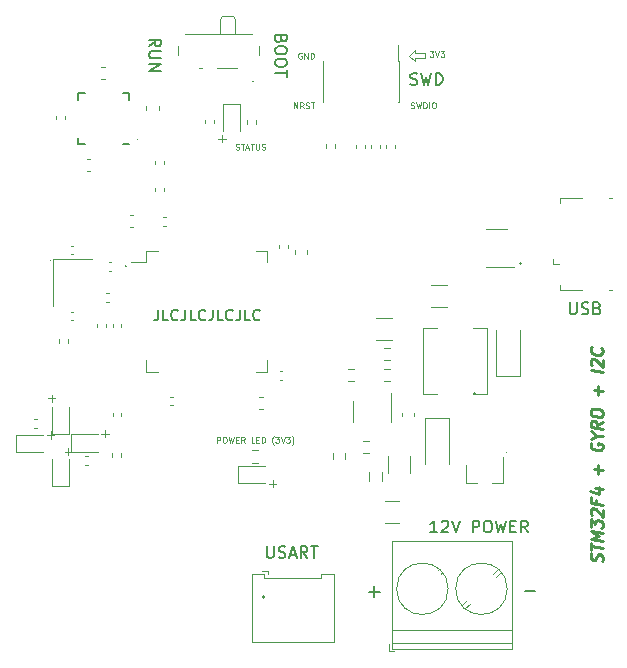
<source format=gbr>
%TF.GenerationSoftware,KiCad,Pcbnew,(5.1.10)-1*%
%TF.CreationDate,2021-09-20T20:27:13+02:00*%
%TF.ProjectId,STM32F405RG +  Gyro + I2C,53544d33-3246-4343-9035-5247202b2020,rev?*%
%TF.SameCoordinates,Original*%
%TF.FileFunction,Legend,Top*%
%TF.FilePolarity,Positive*%
%FSLAX46Y46*%
G04 Gerber Fmt 4.6, Leading zero omitted, Abs format (unit mm)*
G04 Created by KiCad (PCBNEW (5.1.10)-1) date 2021-09-20 20:27:13*
%MOMM*%
%LPD*%
G01*
G04 APERTURE LIST*
%ADD10C,0.120000*%
%ADD11C,0.150000*%
%ADD12C,0.250000*%
%ADD13C,0.125000*%
%ADD14C,0.100000*%
G04 APERTURE END LIST*
D10*
X131755902Y-97700000D02*
G75*
G03*
X131755902Y-97700000I-55902J0D01*
G01*
X171645711Y-97950000D02*
G75*
G03*
X171645711Y-97950000I-70711J0D01*
G01*
D11*
X140876857Y-101869142D02*
X140876857Y-102512000D01*
X140834000Y-102640571D01*
X140748285Y-102726285D01*
X140619714Y-102769142D01*
X140534000Y-102769142D01*
X141734000Y-102769142D02*
X141305428Y-102769142D01*
X141305428Y-101869142D01*
X142548285Y-102683428D02*
X142505428Y-102726285D01*
X142376857Y-102769142D01*
X142291142Y-102769142D01*
X142162571Y-102726285D01*
X142076857Y-102640571D01*
X142034000Y-102554857D01*
X141991142Y-102383428D01*
X141991142Y-102254857D01*
X142034000Y-102083428D01*
X142076857Y-101997714D01*
X142162571Y-101912000D01*
X142291142Y-101869142D01*
X142376857Y-101869142D01*
X142505428Y-101912000D01*
X142548285Y-101954857D01*
X143191142Y-101869142D02*
X143191142Y-102512000D01*
X143148285Y-102640571D01*
X143062571Y-102726285D01*
X142934000Y-102769142D01*
X142848285Y-102769142D01*
X144048285Y-102769142D02*
X143619714Y-102769142D01*
X143619714Y-101869142D01*
X144862571Y-102683428D02*
X144819714Y-102726285D01*
X144691142Y-102769142D01*
X144605428Y-102769142D01*
X144476857Y-102726285D01*
X144391142Y-102640571D01*
X144348285Y-102554857D01*
X144305428Y-102383428D01*
X144305428Y-102254857D01*
X144348285Y-102083428D01*
X144391142Y-101997714D01*
X144476857Y-101912000D01*
X144605428Y-101869142D01*
X144691142Y-101869142D01*
X144819714Y-101912000D01*
X144862571Y-101954857D01*
X145505428Y-101869142D02*
X145505428Y-102512000D01*
X145462571Y-102640571D01*
X145376857Y-102726285D01*
X145248285Y-102769142D01*
X145162571Y-102769142D01*
X146362571Y-102769142D02*
X145934000Y-102769142D01*
X145934000Y-101869142D01*
X147176857Y-102683428D02*
X147134000Y-102726285D01*
X147005428Y-102769142D01*
X146919714Y-102769142D01*
X146791142Y-102726285D01*
X146705428Y-102640571D01*
X146662571Y-102554857D01*
X146619714Y-102383428D01*
X146619714Y-102254857D01*
X146662571Y-102083428D01*
X146705428Y-101997714D01*
X146791142Y-101912000D01*
X146919714Y-101869142D01*
X147005428Y-101869142D01*
X147134000Y-101912000D01*
X147176857Y-101954857D01*
X147819714Y-101869142D02*
X147819714Y-102512000D01*
X147776857Y-102640571D01*
X147691142Y-102726285D01*
X147562571Y-102769142D01*
X147476857Y-102769142D01*
X148676857Y-102769142D02*
X148248285Y-102769142D01*
X148248285Y-101869142D01*
X149491142Y-102683428D02*
X149448285Y-102726285D01*
X149319714Y-102769142D01*
X149234000Y-102769142D01*
X149105428Y-102726285D01*
X149019714Y-102640571D01*
X148976857Y-102554857D01*
X148934000Y-102383428D01*
X148934000Y-102254857D01*
X148976857Y-102083428D01*
X149019714Y-101997714D01*
X149105428Y-101912000D01*
X149234000Y-101869142D01*
X149319714Y-101869142D01*
X149448285Y-101912000D01*
X149491142Y-101954857D01*
D12*
X178458761Y-123171967D02*
X178506380Y-123035062D01*
X178506380Y-122796967D01*
X178458761Y-122695776D01*
X178411142Y-122642205D01*
X178315904Y-122582681D01*
X178220666Y-122570776D01*
X178125428Y-122606491D01*
X178077809Y-122648157D01*
X178030190Y-122737443D01*
X177982571Y-122921967D01*
X177934952Y-123011252D01*
X177887333Y-123052919D01*
X177792095Y-123088633D01*
X177696857Y-123076729D01*
X177601619Y-123017205D01*
X177554000Y-122963633D01*
X177506380Y-122862443D01*
X177506380Y-122624348D01*
X177554000Y-122487443D01*
X177506380Y-122195776D02*
X177506380Y-121624348D01*
X178506380Y-122035062D02*
X177506380Y-121910062D01*
X178506380Y-121416014D02*
X177506380Y-121291014D01*
X178220666Y-121046967D01*
X177506380Y-120624348D01*
X178506380Y-120749348D01*
X177506380Y-120243395D02*
X177506380Y-119624348D01*
X177887333Y-120005300D01*
X177887333Y-119862443D01*
X177934952Y-119773157D01*
X177982571Y-119731491D01*
X178077809Y-119695776D01*
X178315904Y-119725538D01*
X178411142Y-119785062D01*
X178458761Y-119838633D01*
X178506380Y-119939824D01*
X178506380Y-120225538D01*
X178458761Y-120314824D01*
X178411142Y-120356491D01*
X177601619Y-119255300D02*
X177554000Y-119201729D01*
X177506380Y-119100538D01*
X177506380Y-118862443D01*
X177554000Y-118773157D01*
X177601619Y-118731491D01*
X177696857Y-118695776D01*
X177792095Y-118707681D01*
X177934952Y-118773157D01*
X178506380Y-119416014D01*
X178506380Y-118796967D01*
X177982571Y-117969586D02*
X177982571Y-118302919D01*
X178506380Y-118368395D02*
X177506380Y-118243395D01*
X177506380Y-117767205D01*
X177839714Y-116999348D02*
X178506380Y-117082681D01*
X177458761Y-117189824D02*
X178173047Y-117517205D01*
X178173047Y-116898157D01*
X178125428Y-115749348D02*
X178125428Y-114987443D01*
X178506380Y-115416014D02*
X177744476Y-115320776D01*
X177554000Y-113154110D02*
X177506380Y-113243395D01*
X177506380Y-113386252D01*
X177554000Y-113535062D01*
X177649238Y-113642205D01*
X177744476Y-113701729D01*
X177934952Y-113773157D01*
X178077809Y-113791014D01*
X178268285Y-113767205D01*
X178363523Y-113731491D01*
X178458761Y-113648157D01*
X178506380Y-113511252D01*
X178506380Y-113416014D01*
X178458761Y-113267205D01*
X178411142Y-113213633D01*
X178077809Y-113171967D01*
X178077809Y-113362443D01*
X178030190Y-112546967D02*
X178506380Y-112606491D01*
X177506380Y-112814824D02*
X178030190Y-112546967D01*
X177506380Y-112148157D01*
X178506380Y-111368395D02*
X178030190Y-111642205D01*
X178506380Y-111939824D02*
X177506380Y-111814824D01*
X177506380Y-111433872D01*
X177554000Y-111344586D01*
X177601619Y-111302919D01*
X177696857Y-111267205D01*
X177839714Y-111285062D01*
X177934952Y-111344586D01*
X177982571Y-111398157D01*
X178030190Y-111499348D01*
X178030190Y-111880300D01*
X177506380Y-110624348D02*
X177506380Y-110433872D01*
X177554000Y-110344586D01*
X177649238Y-110261252D01*
X177839714Y-110237443D01*
X178173047Y-110279110D01*
X178363523Y-110350538D01*
X178458761Y-110457681D01*
X178506380Y-110558872D01*
X178506380Y-110749348D01*
X178458761Y-110838633D01*
X178363523Y-110921967D01*
X178173047Y-110945776D01*
X177839714Y-110904110D01*
X177649238Y-110832681D01*
X177554000Y-110725538D01*
X177506380Y-110624348D01*
X178125428Y-109082681D02*
X178125428Y-108320776D01*
X178506380Y-108749348D02*
X177744476Y-108654110D01*
X178506380Y-107130300D02*
X177506380Y-107005300D01*
X177601619Y-106588633D02*
X177554000Y-106535062D01*
X177506380Y-106433872D01*
X177506380Y-106195776D01*
X177554000Y-106106491D01*
X177601619Y-106064824D01*
X177696857Y-106029110D01*
X177792095Y-106041014D01*
X177934952Y-106106491D01*
X178506380Y-106749348D01*
X178506380Y-106130300D01*
X178411142Y-105118395D02*
X178458761Y-105171967D01*
X178506380Y-105320776D01*
X178506380Y-105416014D01*
X178458761Y-105552919D01*
X178363523Y-105636252D01*
X178268285Y-105671967D01*
X178077809Y-105695776D01*
X177934952Y-105677919D01*
X177744476Y-105606491D01*
X177649238Y-105546967D01*
X177554000Y-105439824D01*
X177506380Y-105291014D01*
X177506380Y-105195776D01*
X177554000Y-105058872D01*
X177601619Y-105017205D01*
D11*
X171912857Y-125705714D02*
X172827142Y-125705714D01*
X158712857Y-125745714D02*
X159627142Y-125745714D01*
X159170000Y-126202857D02*
X159170000Y-125288571D01*
D10*
X148948310Y-82520000D02*
G75*
G03*
X148948310Y-82520000I-58310J0D01*
G01*
X139134721Y-87485000D02*
G75*
G03*
X139134721Y-87485000I-44721J0D01*
G01*
X138208102Y-98190000D02*
G75*
G03*
X138208102Y-98190000I-78102J0D01*
G01*
X149944536Y-126220000D02*
G75*
G03*
X149944536Y-126220000I-134536J0D01*
G01*
X170406569Y-113940000D02*
G75*
G03*
X170406569Y-113940000I-56569J0D01*
G01*
X160646569Y-108760000D02*
G75*
G03*
X160646569Y-108760000I-56569J0D01*
G01*
X167769443Y-108980000D02*
G75*
G03*
X167769443Y-108980000I-89443J0D01*
G01*
X162650000Y-80550000D02*
X162650000Y-80850000D01*
X163450000Y-80550000D02*
X162650000Y-80550000D01*
X163450000Y-80150000D02*
X163450000Y-80550000D01*
X163150000Y-80150000D02*
X163450000Y-80150000D01*
X162650000Y-80150000D02*
X163150000Y-80150000D01*
X162650000Y-79850000D02*
X162650000Y-80150000D01*
X162150000Y-80350000D02*
X162650000Y-79850000D01*
X162650000Y-80850000D02*
X162150000Y-80350000D01*
D13*
X145861904Y-113126190D02*
X145861904Y-112626190D01*
X146052380Y-112626190D01*
X146100000Y-112650000D01*
X146123809Y-112673809D01*
X146147619Y-112721428D01*
X146147619Y-112792857D01*
X146123809Y-112840476D01*
X146100000Y-112864285D01*
X146052380Y-112888095D01*
X145861904Y-112888095D01*
X146457142Y-112626190D02*
X146552380Y-112626190D01*
X146600000Y-112650000D01*
X146647619Y-112697619D01*
X146671428Y-112792857D01*
X146671428Y-112959523D01*
X146647619Y-113054761D01*
X146600000Y-113102380D01*
X146552380Y-113126190D01*
X146457142Y-113126190D01*
X146409523Y-113102380D01*
X146361904Y-113054761D01*
X146338095Y-112959523D01*
X146338095Y-112792857D01*
X146361904Y-112697619D01*
X146409523Y-112650000D01*
X146457142Y-112626190D01*
X146838095Y-112626190D02*
X146957142Y-113126190D01*
X147052380Y-112769047D01*
X147147619Y-113126190D01*
X147266666Y-112626190D01*
X147457142Y-112864285D02*
X147623809Y-112864285D01*
X147695238Y-113126190D02*
X147457142Y-113126190D01*
X147457142Y-112626190D01*
X147695238Y-112626190D01*
X148195238Y-113126190D02*
X148028571Y-112888095D01*
X147909523Y-113126190D02*
X147909523Y-112626190D01*
X148100000Y-112626190D01*
X148147619Y-112650000D01*
X148171428Y-112673809D01*
X148195238Y-112721428D01*
X148195238Y-112792857D01*
X148171428Y-112840476D01*
X148147619Y-112864285D01*
X148100000Y-112888095D01*
X147909523Y-112888095D01*
X149028571Y-113126190D02*
X148790476Y-113126190D01*
X148790476Y-112626190D01*
X149195238Y-112864285D02*
X149361904Y-112864285D01*
X149433333Y-113126190D02*
X149195238Y-113126190D01*
X149195238Y-112626190D01*
X149433333Y-112626190D01*
X149647619Y-113126190D02*
X149647619Y-112626190D01*
X149766666Y-112626190D01*
X149838095Y-112650000D01*
X149885714Y-112697619D01*
X149909523Y-112745238D01*
X149933333Y-112840476D01*
X149933333Y-112911904D01*
X149909523Y-113007142D01*
X149885714Y-113054761D01*
X149838095Y-113102380D01*
X149766666Y-113126190D01*
X149647619Y-113126190D01*
X150671428Y-113316666D02*
X150647619Y-113292857D01*
X150600000Y-113221428D01*
X150576190Y-113173809D01*
X150552380Y-113102380D01*
X150528571Y-112983333D01*
X150528571Y-112888095D01*
X150552380Y-112769047D01*
X150576190Y-112697619D01*
X150600000Y-112650000D01*
X150647619Y-112578571D01*
X150671428Y-112554761D01*
X150814285Y-112626190D02*
X151123809Y-112626190D01*
X150957142Y-112816666D01*
X151028571Y-112816666D01*
X151076190Y-112840476D01*
X151100000Y-112864285D01*
X151123809Y-112911904D01*
X151123809Y-113030952D01*
X151100000Y-113078571D01*
X151076190Y-113102380D01*
X151028571Y-113126190D01*
X150885714Y-113126190D01*
X150838095Y-113102380D01*
X150814285Y-113078571D01*
X151266666Y-112626190D02*
X151433333Y-113126190D01*
X151600000Y-112626190D01*
X151719047Y-112626190D02*
X152028571Y-112626190D01*
X151861904Y-112816666D01*
X151933333Y-112816666D01*
X151980952Y-112840476D01*
X152004761Y-112864285D01*
X152028571Y-112911904D01*
X152028571Y-113030952D01*
X152004761Y-113078571D01*
X151980952Y-113102380D01*
X151933333Y-113126190D01*
X151790476Y-113126190D01*
X151742857Y-113102380D01*
X151719047Y-113078571D01*
X152195238Y-113316666D02*
X152219047Y-113292857D01*
X152266666Y-113221428D01*
X152290476Y-113173809D01*
X152314285Y-113102380D01*
X152338095Y-112983333D01*
X152338095Y-112888095D01*
X152314285Y-112769047D01*
X152290476Y-112697619D01*
X152266666Y-112650000D01*
X152219047Y-112578571D01*
X152195238Y-112554761D01*
X147461904Y-88302380D02*
X147533333Y-88326190D01*
X147652380Y-88326190D01*
X147700000Y-88302380D01*
X147723809Y-88278571D01*
X147747619Y-88230952D01*
X147747619Y-88183333D01*
X147723809Y-88135714D01*
X147700000Y-88111904D01*
X147652380Y-88088095D01*
X147557142Y-88064285D01*
X147509523Y-88040476D01*
X147485714Y-88016666D01*
X147461904Y-87969047D01*
X147461904Y-87921428D01*
X147485714Y-87873809D01*
X147509523Y-87850000D01*
X147557142Y-87826190D01*
X147676190Y-87826190D01*
X147747619Y-87850000D01*
X147890476Y-87826190D02*
X148176190Y-87826190D01*
X148033333Y-88326190D02*
X148033333Y-87826190D01*
X148319047Y-88183333D02*
X148557142Y-88183333D01*
X148271428Y-88326190D02*
X148438095Y-87826190D01*
X148604761Y-88326190D01*
X148700000Y-87826190D02*
X148985714Y-87826190D01*
X148842857Y-88326190D02*
X148842857Y-87826190D01*
X149152380Y-87826190D02*
X149152380Y-88230952D01*
X149176190Y-88278571D01*
X149200000Y-88302380D01*
X149247619Y-88326190D01*
X149342857Y-88326190D01*
X149390476Y-88302380D01*
X149414285Y-88278571D01*
X149438095Y-88230952D01*
X149438095Y-87826190D01*
X149652380Y-88302380D02*
X149723809Y-88326190D01*
X149842857Y-88326190D01*
X149890476Y-88302380D01*
X149914285Y-88278571D01*
X149938095Y-88230952D01*
X149938095Y-88183333D01*
X149914285Y-88135714D01*
X149890476Y-88111904D01*
X149842857Y-88088095D01*
X149747619Y-88064285D01*
X149700000Y-88040476D01*
X149676190Y-88016666D01*
X149652380Y-87969047D01*
X149652380Y-87921428D01*
X149676190Y-87873809D01*
X149700000Y-87850000D01*
X149747619Y-87826190D01*
X149866666Y-87826190D01*
X149938095Y-87850000D01*
D11*
X164502380Y-120732380D02*
X163930952Y-120732380D01*
X164216666Y-120732380D02*
X164216666Y-119732380D01*
X164121428Y-119875238D01*
X164026190Y-119970476D01*
X163930952Y-120018095D01*
X164883333Y-119827619D02*
X164930952Y-119780000D01*
X165026190Y-119732380D01*
X165264285Y-119732380D01*
X165359523Y-119780000D01*
X165407142Y-119827619D01*
X165454761Y-119922857D01*
X165454761Y-120018095D01*
X165407142Y-120160952D01*
X164835714Y-120732380D01*
X165454761Y-120732380D01*
X165740476Y-119732380D02*
X166073809Y-120732380D01*
X166407142Y-119732380D01*
X167502380Y-120732380D02*
X167502380Y-119732380D01*
X167883333Y-119732380D01*
X167978571Y-119780000D01*
X168026190Y-119827619D01*
X168073809Y-119922857D01*
X168073809Y-120065714D01*
X168026190Y-120160952D01*
X167978571Y-120208571D01*
X167883333Y-120256190D01*
X167502380Y-120256190D01*
X168692857Y-119732380D02*
X168883333Y-119732380D01*
X168978571Y-119780000D01*
X169073809Y-119875238D01*
X169121428Y-120065714D01*
X169121428Y-120399047D01*
X169073809Y-120589523D01*
X168978571Y-120684761D01*
X168883333Y-120732380D01*
X168692857Y-120732380D01*
X168597619Y-120684761D01*
X168502380Y-120589523D01*
X168454761Y-120399047D01*
X168454761Y-120065714D01*
X168502380Y-119875238D01*
X168597619Y-119780000D01*
X168692857Y-119732380D01*
X169454761Y-119732380D02*
X169692857Y-120732380D01*
X169883333Y-120018095D01*
X170073809Y-120732380D01*
X170311904Y-119732380D01*
X170692857Y-120208571D02*
X171026190Y-120208571D01*
X171169047Y-120732380D02*
X170692857Y-120732380D01*
X170692857Y-119732380D01*
X171169047Y-119732380D01*
X172169047Y-120732380D02*
X171835714Y-120256190D01*
X171597619Y-120732380D02*
X171597619Y-119732380D01*
X171978571Y-119732380D01*
X172073809Y-119780000D01*
X172121428Y-119827619D01*
X172169047Y-119922857D01*
X172169047Y-120065714D01*
X172121428Y-120160952D01*
X172073809Y-120208571D01*
X171978571Y-120256190D01*
X171597619Y-120256190D01*
X175738095Y-101252380D02*
X175738095Y-102061904D01*
X175785714Y-102157142D01*
X175833333Y-102204761D01*
X175928571Y-102252380D01*
X176119047Y-102252380D01*
X176214285Y-102204761D01*
X176261904Y-102157142D01*
X176309523Y-102061904D01*
X176309523Y-101252380D01*
X176738095Y-102204761D02*
X176880952Y-102252380D01*
X177119047Y-102252380D01*
X177214285Y-102204761D01*
X177261904Y-102157142D01*
X177309523Y-102061904D01*
X177309523Y-101966666D01*
X177261904Y-101871428D01*
X177214285Y-101823809D01*
X177119047Y-101776190D01*
X176928571Y-101728571D01*
X176833333Y-101680952D01*
X176785714Y-101633333D01*
X176738095Y-101538095D01*
X176738095Y-101442857D01*
X176785714Y-101347619D01*
X176833333Y-101300000D01*
X176928571Y-101252380D01*
X177166666Y-101252380D01*
X177309523Y-101300000D01*
X178071428Y-101728571D02*
X178214285Y-101776190D01*
X178261904Y-101823809D01*
X178309523Y-101919047D01*
X178309523Y-102061904D01*
X178261904Y-102157142D01*
X178214285Y-102204761D01*
X178119047Y-102252380D01*
X177738095Y-102252380D01*
X177738095Y-101252380D01*
X178071428Y-101252380D01*
X178166666Y-101300000D01*
X178214285Y-101347619D01*
X178261904Y-101442857D01*
X178261904Y-101538095D01*
X178214285Y-101633333D01*
X178166666Y-101680952D01*
X178071428Y-101728571D01*
X177738095Y-101728571D01*
D13*
X162270476Y-84792380D02*
X162341904Y-84816190D01*
X162460952Y-84816190D01*
X162508571Y-84792380D01*
X162532380Y-84768571D01*
X162556190Y-84720952D01*
X162556190Y-84673333D01*
X162532380Y-84625714D01*
X162508571Y-84601904D01*
X162460952Y-84578095D01*
X162365714Y-84554285D01*
X162318095Y-84530476D01*
X162294285Y-84506666D01*
X162270476Y-84459047D01*
X162270476Y-84411428D01*
X162294285Y-84363809D01*
X162318095Y-84340000D01*
X162365714Y-84316190D01*
X162484761Y-84316190D01*
X162556190Y-84340000D01*
X162722857Y-84316190D02*
X162841904Y-84816190D01*
X162937142Y-84459047D01*
X163032380Y-84816190D01*
X163151428Y-84316190D01*
X163341904Y-84816190D02*
X163341904Y-84316190D01*
X163460952Y-84316190D01*
X163532380Y-84340000D01*
X163580000Y-84387619D01*
X163603809Y-84435238D01*
X163627619Y-84530476D01*
X163627619Y-84601904D01*
X163603809Y-84697142D01*
X163580000Y-84744761D01*
X163532380Y-84792380D01*
X163460952Y-84816190D01*
X163341904Y-84816190D01*
X163841904Y-84816190D02*
X163841904Y-84316190D01*
X164175238Y-84316190D02*
X164270476Y-84316190D01*
X164318095Y-84340000D01*
X164365714Y-84387619D01*
X164389523Y-84482857D01*
X164389523Y-84649523D01*
X164365714Y-84744761D01*
X164318095Y-84792380D01*
X164270476Y-84816190D01*
X164175238Y-84816190D01*
X164127619Y-84792380D01*
X164080000Y-84744761D01*
X164056190Y-84649523D01*
X164056190Y-84482857D01*
X164080000Y-84387619D01*
X164127619Y-84340000D01*
X164175238Y-84316190D01*
X152378571Y-84826190D02*
X152378571Y-84326190D01*
X152664285Y-84826190D01*
X152664285Y-84326190D01*
X153188095Y-84826190D02*
X153021428Y-84588095D01*
X152902380Y-84826190D02*
X152902380Y-84326190D01*
X153092857Y-84326190D01*
X153140476Y-84350000D01*
X153164285Y-84373809D01*
X153188095Y-84421428D01*
X153188095Y-84492857D01*
X153164285Y-84540476D01*
X153140476Y-84564285D01*
X153092857Y-84588095D01*
X152902380Y-84588095D01*
X153378571Y-84802380D02*
X153450000Y-84826190D01*
X153569047Y-84826190D01*
X153616666Y-84802380D01*
X153640476Y-84778571D01*
X153664285Y-84730952D01*
X153664285Y-84683333D01*
X153640476Y-84635714D01*
X153616666Y-84611904D01*
X153569047Y-84588095D01*
X153473809Y-84564285D01*
X153426190Y-84540476D01*
X153402380Y-84516666D01*
X153378571Y-84469047D01*
X153378571Y-84421428D01*
X153402380Y-84373809D01*
X153426190Y-84350000D01*
X153473809Y-84326190D01*
X153592857Y-84326190D01*
X153664285Y-84350000D01*
X153807142Y-84326190D02*
X154092857Y-84326190D01*
X153950000Y-84826190D02*
X153950000Y-84326190D01*
D14*
X163880952Y-79976190D02*
X164190476Y-79976190D01*
X164023809Y-80166666D01*
X164095238Y-80166666D01*
X164142857Y-80190476D01*
X164166666Y-80214285D01*
X164190476Y-80261904D01*
X164190476Y-80380952D01*
X164166666Y-80428571D01*
X164142857Y-80452380D01*
X164095238Y-80476190D01*
X163952380Y-80476190D01*
X163904761Y-80452380D01*
X163880952Y-80428571D01*
X164333333Y-79976190D02*
X164500000Y-80476190D01*
X164666666Y-79976190D01*
X164785714Y-79976190D02*
X165095238Y-79976190D01*
X164928571Y-80166666D01*
X165000000Y-80166666D01*
X165047619Y-80190476D01*
X165071428Y-80214285D01*
X165095238Y-80261904D01*
X165095238Y-80380952D01*
X165071428Y-80428571D01*
X165047619Y-80452380D01*
X165000000Y-80476190D01*
X164857142Y-80476190D01*
X164809523Y-80452380D01*
X164785714Y-80428571D01*
D13*
X153019047Y-80150000D02*
X152971428Y-80126190D01*
X152900000Y-80126190D01*
X152828571Y-80150000D01*
X152780952Y-80197619D01*
X152757142Y-80245238D01*
X152733333Y-80340476D01*
X152733333Y-80411904D01*
X152757142Y-80507142D01*
X152780952Y-80554761D01*
X152828571Y-80602380D01*
X152900000Y-80626190D01*
X152947619Y-80626190D01*
X153019047Y-80602380D01*
X153042857Y-80578571D01*
X153042857Y-80411904D01*
X152947619Y-80411904D01*
X153257142Y-80626190D02*
X153257142Y-80126190D01*
X153542857Y-80626190D01*
X153542857Y-80126190D01*
X153780952Y-80626190D02*
X153780952Y-80126190D01*
X153900000Y-80126190D01*
X153971428Y-80150000D01*
X154019047Y-80197619D01*
X154042857Y-80245238D01*
X154066666Y-80340476D01*
X154066666Y-80411904D01*
X154042857Y-80507142D01*
X154019047Y-80554761D01*
X153971428Y-80602380D01*
X153900000Y-80626190D01*
X153780952Y-80626190D01*
D11*
X162242857Y-82804761D02*
X162385714Y-82852380D01*
X162623809Y-82852380D01*
X162719047Y-82804761D01*
X162766666Y-82757142D01*
X162814285Y-82661904D01*
X162814285Y-82566666D01*
X162766666Y-82471428D01*
X162719047Y-82423809D01*
X162623809Y-82376190D01*
X162433333Y-82328571D01*
X162338095Y-82280952D01*
X162290476Y-82233333D01*
X162242857Y-82138095D01*
X162242857Y-82042857D01*
X162290476Y-81947619D01*
X162338095Y-81900000D01*
X162433333Y-81852380D01*
X162671428Y-81852380D01*
X162814285Y-81900000D01*
X163147619Y-81852380D02*
X163385714Y-82852380D01*
X163576190Y-82138095D01*
X163766666Y-82852380D01*
X164004761Y-81852380D01*
X164385714Y-82852380D02*
X164385714Y-81852380D01*
X164623809Y-81852380D01*
X164766666Y-81900000D01*
X164861904Y-81995238D01*
X164909523Y-82090476D01*
X164957142Y-82280952D01*
X164957142Y-82423809D01*
X164909523Y-82614285D01*
X164861904Y-82709523D01*
X164766666Y-82804761D01*
X164623809Y-82852380D01*
X164385714Y-82852380D01*
X150088571Y-121892380D02*
X150088571Y-122701904D01*
X150136190Y-122797142D01*
X150183809Y-122844761D01*
X150279047Y-122892380D01*
X150469523Y-122892380D01*
X150564761Y-122844761D01*
X150612380Y-122797142D01*
X150660000Y-122701904D01*
X150660000Y-121892380D01*
X151088571Y-122844761D02*
X151231428Y-122892380D01*
X151469523Y-122892380D01*
X151564761Y-122844761D01*
X151612380Y-122797142D01*
X151660000Y-122701904D01*
X151660000Y-122606666D01*
X151612380Y-122511428D01*
X151564761Y-122463809D01*
X151469523Y-122416190D01*
X151279047Y-122368571D01*
X151183809Y-122320952D01*
X151136190Y-122273333D01*
X151088571Y-122178095D01*
X151088571Y-122082857D01*
X151136190Y-121987619D01*
X151183809Y-121940000D01*
X151279047Y-121892380D01*
X151517142Y-121892380D01*
X151660000Y-121940000D01*
X152040952Y-122606666D02*
X152517142Y-122606666D01*
X151945714Y-122892380D02*
X152279047Y-121892380D01*
X152612380Y-122892380D01*
X153517142Y-122892380D02*
X153183809Y-122416190D01*
X152945714Y-122892380D02*
X152945714Y-121892380D01*
X153326666Y-121892380D01*
X153421904Y-121940000D01*
X153469523Y-121987619D01*
X153517142Y-122082857D01*
X153517142Y-122225714D01*
X153469523Y-122320952D01*
X153421904Y-122368571D01*
X153326666Y-122416190D01*
X152945714Y-122416190D01*
X153802857Y-121892380D02*
X154374285Y-121892380D01*
X154088571Y-122892380D02*
X154088571Y-121892380D01*
X140117619Y-79581904D02*
X140593809Y-79248571D01*
X140117619Y-79010476D02*
X141117619Y-79010476D01*
X141117619Y-79391428D01*
X141070000Y-79486666D01*
X141022380Y-79534285D01*
X140927142Y-79581904D01*
X140784285Y-79581904D01*
X140689047Y-79534285D01*
X140641428Y-79486666D01*
X140593809Y-79391428D01*
X140593809Y-79010476D01*
X141117619Y-80010476D02*
X140308095Y-80010476D01*
X140212857Y-80058095D01*
X140165238Y-80105714D01*
X140117619Y-80200952D01*
X140117619Y-80391428D01*
X140165238Y-80486666D01*
X140212857Y-80534285D01*
X140308095Y-80581904D01*
X141117619Y-80581904D01*
X140117619Y-81058095D02*
X141117619Y-81058095D01*
X140117619Y-81629523D01*
X141117619Y-81629523D01*
X151311428Y-78962857D02*
X151263809Y-79105714D01*
X151216190Y-79153333D01*
X151120952Y-79200952D01*
X150978095Y-79200952D01*
X150882857Y-79153333D01*
X150835238Y-79105714D01*
X150787619Y-79010476D01*
X150787619Y-78629523D01*
X151787619Y-78629523D01*
X151787619Y-78962857D01*
X151740000Y-79058095D01*
X151692380Y-79105714D01*
X151597142Y-79153333D01*
X151501904Y-79153333D01*
X151406666Y-79105714D01*
X151359047Y-79058095D01*
X151311428Y-78962857D01*
X151311428Y-78629523D01*
X151787619Y-79820000D02*
X151787619Y-80010476D01*
X151740000Y-80105714D01*
X151644761Y-80200952D01*
X151454285Y-80248571D01*
X151120952Y-80248571D01*
X150930476Y-80200952D01*
X150835238Y-80105714D01*
X150787619Y-80010476D01*
X150787619Y-79820000D01*
X150835238Y-79724761D01*
X150930476Y-79629523D01*
X151120952Y-79581904D01*
X151454285Y-79581904D01*
X151644761Y-79629523D01*
X151740000Y-79724761D01*
X151787619Y-79820000D01*
X151787619Y-80867619D02*
X151787619Y-81058095D01*
X151740000Y-81153333D01*
X151644761Y-81248571D01*
X151454285Y-81296190D01*
X151120952Y-81296190D01*
X150930476Y-81248571D01*
X150835238Y-81153333D01*
X150787619Y-81058095D01*
X150787619Y-80867619D01*
X150835238Y-80772380D01*
X150930476Y-80677142D01*
X151120952Y-80629523D01*
X151454285Y-80629523D01*
X151644761Y-80677142D01*
X151740000Y-80772380D01*
X151787619Y-80867619D01*
X151787619Y-81581904D02*
X151787619Y-82153333D01*
X150787619Y-81867619D02*
X151787619Y-81867619D01*
D14*
X145975238Y-87387142D02*
X146584761Y-87387142D01*
X146280000Y-87691904D02*
X146280000Y-87082380D01*
X150275238Y-116587142D02*
X150884761Y-116587142D01*
X150580000Y-116891904D02*
X150580000Y-116282380D01*
X136075238Y-112387142D02*
X136684761Y-112387142D01*
X136380000Y-112691904D02*
X136380000Y-112082380D01*
X131575238Y-109387142D02*
X132184761Y-109387142D01*
X131880000Y-109691904D02*
X131880000Y-109082380D01*
X131475238Y-112487142D02*
X132084761Y-112487142D01*
X131780000Y-112791904D02*
X131780000Y-112182380D01*
X132975238Y-113887142D02*
X133584761Y-113887142D01*
X133280000Y-114191904D02*
X133280000Y-113582380D01*
D10*
%TO.C,C21*%
X140910000Y-84659420D02*
X140910000Y-84940580D01*
X139890000Y-84659420D02*
X139890000Y-84940580D01*
%TO.C,C20*%
X165361252Y-101610000D02*
X163938748Y-101610000D01*
X165361252Y-99790000D02*
X163938748Y-99790000D01*
%TO.C,J3*%
X154870000Y-84305000D02*
X154805000Y-84305000D01*
X154870000Y-80775000D02*
X154805000Y-80775000D01*
X161275000Y-84305000D02*
X161210000Y-84305000D01*
X161275000Y-80775000D02*
X161210000Y-80775000D01*
X161210000Y-79450000D02*
X161210000Y-80775000D01*
X154805000Y-80775000D02*
X154805000Y-84305000D01*
X161275000Y-80775000D02*
X161275000Y-84305000D01*
%TO.C,U4*%
X149160000Y-107110000D02*
X150110000Y-107110000D01*
X150110000Y-107110000D02*
X150110000Y-106160000D01*
X140840000Y-107110000D02*
X139890000Y-107110000D01*
X139890000Y-107110000D02*
X139890000Y-106160000D01*
X149160000Y-96890000D02*
X150110000Y-96890000D01*
X150110000Y-96890000D02*
X150110000Y-97840000D01*
X140840000Y-96890000D02*
X139890000Y-96890000D01*
X139890000Y-96890000D02*
X139890000Y-97840000D01*
X139890000Y-97840000D02*
X138550000Y-97840000D01*
%TO.C,U3*%
X170400000Y-95015000D02*
X168600000Y-95015000D01*
X168600000Y-98235000D02*
X171050000Y-98235000D01*
%TO.C,J1*%
X174900000Y-100200000D02*
X174900000Y-99750000D01*
X176750000Y-100200000D02*
X174900000Y-100200000D01*
X179300000Y-92400000D02*
X179050000Y-92400000D01*
X179300000Y-100200000D02*
X179050000Y-100200000D01*
X176750000Y-92400000D02*
X174900000Y-92400000D01*
X174900000Y-92400000D02*
X174900000Y-92850000D01*
X174350000Y-98000000D02*
X174350000Y-97550000D01*
X174350000Y-98000000D02*
X174800000Y-98000000D01*
%TO.C,C8*%
X135140580Y-90110000D02*
X134859420Y-90110000D01*
X135140580Y-89090000D02*
X134859420Y-89090000D01*
%TO.C,C7*%
X136059420Y-81290000D02*
X136340580Y-81290000D01*
X136059420Y-82310000D02*
X136340580Y-82310000D01*
%TO.C,R20*%
X148370000Y-85816359D02*
X148370000Y-86123641D01*
X149130000Y-85816359D02*
X149130000Y-86123641D01*
%TO.C,R19*%
X134953641Y-114270000D02*
X134646359Y-114270000D01*
X134953641Y-115030000D02*
X134646359Y-115030000D01*
%TO.C,R18*%
X130346359Y-111880000D02*
X130653641Y-111880000D01*
X130346359Y-111120000D02*
X130653641Y-111120000D01*
%TO.C,R17*%
X137730000Y-114353641D02*
X137730000Y-114046359D01*
X136970000Y-114353641D02*
X136970000Y-114046359D01*
%TO.C,R16*%
X132462000Y-104348359D02*
X132462000Y-104655641D01*
X133222000Y-104348359D02*
X133222000Y-104655641D01*
%TO.C,R15*%
X140590000Y-89254359D02*
X140590000Y-89561641D01*
X141350000Y-89254359D02*
X141350000Y-89561641D01*
%TO.C,R14*%
X140590000Y-91540359D02*
X140590000Y-91847641D01*
X141350000Y-91540359D02*
X141350000Y-91847641D01*
%TO.C,Y1*%
X135250000Y-97600000D02*
X131950000Y-97600000D01*
X131950000Y-97600000D02*
X131950000Y-101600000D01*
D11*
%TO.C,U2*%
X134120000Y-87860000D02*
X134120000Y-87335000D01*
X138420000Y-83560000D02*
X138420000Y-84085000D01*
X134120000Y-83560000D02*
X134120000Y-84085000D01*
X138420000Y-87860000D02*
X137895000Y-87860000D01*
X138420000Y-83560000D02*
X137895000Y-83560000D01*
X134120000Y-83560000D02*
X134645000Y-83560000D01*
X134120000Y-87860000D02*
X134645000Y-87860000D01*
D10*
%TO.C,U1*%
X160610000Y-111400000D02*
X160610000Y-108950000D01*
X157390000Y-109600000D02*
X157390000Y-111400000D01*
%TO.C,SW1*%
X144580000Y-81370000D02*
X144380000Y-81370000D01*
X147380000Y-77230000D02*
X147180000Y-77020000D01*
X146080000Y-77230000D02*
X146280000Y-77020000D01*
X147380000Y-78520000D02*
X147380000Y-77230000D01*
X147180000Y-77020000D02*
X146280000Y-77020000D01*
X146080000Y-77230000D02*
X146080000Y-78520000D01*
X148830000Y-78520000D02*
X143130000Y-78520000D01*
X147580000Y-81370000D02*
X145880000Y-81370000D01*
X149430000Y-80320000D02*
X149430000Y-79530000D01*
X142530000Y-79530000D02*
X142530000Y-80320000D01*
%TO.C,R13*%
X136753641Y-101180000D02*
X136446359Y-101180000D01*
X136753641Y-100420000D02*
X136446359Y-100420000D01*
%TO.C,R11*%
X155120000Y-88183641D02*
X155120000Y-87876359D01*
X155880000Y-88183641D02*
X155880000Y-87876359D01*
%TO.C,R10*%
X157660000Y-88193641D02*
X157660000Y-87886359D01*
X158420000Y-88193641D02*
X158420000Y-87886359D01*
%TO.C,R9*%
X158920000Y-88193641D02*
X158920000Y-87886359D01*
X159680000Y-88193641D02*
X159680000Y-87886359D01*
%TO.C,R8*%
X160210000Y-88193641D02*
X160210000Y-87886359D01*
X160970000Y-88193641D02*
X160970000Y-87886359D01*
%TO.C,R7*%
X145610000Y-85796359D02*
X145610000Y-86103641D01*
X144850000Y-85796359D02*
X144850000Y-86103641D01*
%TO.C,R6*%
X160507258Y-106122500D02*
X160032742Y-106122500D01*
X160507258Y-105077500D02*
X160032742Y-105077500D01*
%TO.C,R5*%
X148860742Y-113777500D02*
X149335258Y-113777500D01*
X148860742Y-114822500D02*
X149335258Y-114822500D01*
%TO.C,R4*%
X160032742Y-106855500D02*
X160507258Y-106855500D01*
X160032742Y-107900500D02*
X160507258Y-107900500D01*
%TO.C,R3*%
X156728500Y-113998742D02*
X156728500Y-114473258D01*
X155683500Y-113998742D02*
X155683500Y-114473258D01*
%TO.C,R2*%
X156984742Y-106855500D02*
X157459258Y-106855500D01*
X156984742Y-107900500D02*
X157459258Y-107900500D01*
%TO.C,R1*%
X158729258Y-113996500D02*
X158254742Y-113996500D01*
X158729258Y-112951500D02*
X158254742Y-112951500D01*
%TO.C,Q1*%
X166920000Y-116510000D02*
X167850000Y-116510000D01*
X170080000Y-116510000D02*
X169150000Y-116510000D01*
X170080000Y-116510000D02*
X170080000Y-114350000D01*
X166920000Y-116510000D02*
X166920000Y-115050000D01*
%TO.C,L1*%
X163300000Y-109050000D02*
X163300000Y-103450000D01*
X168700000Y-109050000D02*
X168700000Y-103450000D01*
X163300000Y-109050000D02*
X164450000Y-109050000D01*
X168700000Y-109050000D02*
X167550000Y-109050000D01*
X163300000Y-103450000D02*
X164450000Y-103450000D01*
X168700000Y-103450000D02*
X167550000Y-103450000D01*
%TO.C,J4*%
X165430000Y-125500000D02*
G75*
G03*
X165430000Y-125500000I-2180000J0D01*
G01*
X170430000Y-125500000D02*
G75*
G03*
X170430000Y-125500000I-2180000J0D01*
G01*
X160690000Y-130100000D02*
X170810000Y-130100000D01*
X160690000Y-129000000D02*
X170810000Y-129000000D01*
X160690000Y-121440000D02*
X170810000Y-121440000D01*
X160690000Y-130560000D02*
X170810000Y-130560000D01*
X160690000Y-121440000D02*
X160690000Y-130560000D01*
X170810000Y-121440000D02*
X170810000Y-130560000D01*
X164904000Y-124112000D02*
X164797000Y-124219000D01*
X161968000Y-127047000D02*
X161862000Y-127154000D01*
X164638000Y-123846000D02*
X164531000Y-123953000D01*
X161702000Y-126781000D02*
X161596000Y-126888000D01*
X169904000Y-124112000D02*
X169509000Y-124508000D01*
X167243000Y-126774000D02*
X166863000Y-127154000D01*
X169638000Y-123846000D02*
X169258000Y-124226000D01*
X166992000Y-126492000D02*
X166597000Y-126888000D01*
X160450000Y-130160000D02*
X160450000Y-130800000D01*
X160450000Y-130800000D02*
X160850000Y-130800000D01*
%TO.C,J2*%
X155770000Y-129980000D02*
X152285000Y-129980000D01*
X155770000Y-124260000D02*
X155770000Y-129980000D01*
X154700000Y-124260000D02*
X155770000Y-124260000D01*
X154700000Y-124560000D02*
X154700000Y-124260000D01*
X152285000Y-124560000D02*
X154700000Y-124560000D01*
X148800000Y-129980000D02*
X152285000Y-129980000D01*
X148800000Y-124260000D02*
X148800000Y-129980000D01*
X149870000Y-124260000D02*
X148800000Y-124260000D01*
X149870000Y-124560000D02*
X149870000Y-124260000D01*
X152285000Y-124560000D02*
X149870000Y-124560000D01*
X150160000Y-123970000D02*
X149660000Y-123970000D01*
X150160000Y-124270000D02*
X150160000Y-123970000D01*
%TO.C,FB1*%
X158694000Y-116413622D02*
X158694000Y-115614378D01*
X159814000Y-116413622D02*
X159814000Y-115614378D01*
%TO.C,D8*%
X147805000Y-86710000D02*
X147805000Y-84425000D01*
X147805000Y-84425000D02*
X146335000Y-84425000D01*
X146335000Y-84425000D02*
X146335000Y-86710000D01*
%TO.C,D7*%
X131865000Y-114550000D02*
X131865000Y-116835000D01*
X131865000Y-116835000D02*
X133335000Y-116835000D01*
X133335000Y-116835000D02*
X133335000Y-114550000D01*
%TO.C,D6*%
X131100000Y-112465000D02*
X128815000Y-112465000D01*
X128815000Y-112465000D02*
X128815000Y-113935000D01*
X128815000Y-113935000D02*
X131100000Y-113935000D01*
%TO.C,D5*%
X135750000Y-112415000D02*
X133465000Y-112415000D01*
X133465000Y-112415000D02*
X133465000Y-113885000D01*
X133465000Y-113885000D02*
X135750000Y-113885000D01*
%TO.C,D4*%
X131865000Y-110100000D02*
X131865000Y-112385000D01*
X131865000Y-112385000D02*
X133335000Y-112385000D01*
X133335000Y-112385000D02*
X133335000Y-110100000D01*
%TO.C,D3*%
X149898000Y-115089000D02*
X147613000Y-115089000D01*
X147613000Y-115089000D02*
X147613000Y-116559000D01*
X147613000Y-116559000D02*
X149898000Y-116559000D01*
%TO.C,D2*%
X165500000Y-111000000D02*
X163500000Y-111000000D01*
X163500000Y-111000000D02*
X163500000Y-114900000D01*
X165500000Y-111000000D02*
X165500000Y-114900000D01*
%TO.C,D1*%
X169500000Y-107500000D02*
X169500000Y-103600000D01*
X171500000Y-107500000D02*
X171500000Y-103600000D01*
X169500000Y-107500000D02*
X171500000Y-107500000D01*
%TO.C,C19*%
X137054000Y-110636164D02*
X137054000Y-110851836D01*
X137774000Y-110636164D02*
X137774000Y-110851836D01*
%TO.C,C18*%
X137040000Y-103307836D02*
X137040000Y-103092164D01*
X137760000Y-103307836D02*
X137760000Y-103092164D01*
%TO.C,C17*%
X135740000Y-103307836D02*
X135740000Y-103092164D01*
X136460000Y-103307836D02*
X136460000Y-103092164D01*
%TO.C,C16*%
X151162164Y-107070000D02*
X151377836Y-107070000D01*
X151162164Y-107790000D02*
X151377836Y-107790000D01*
%TO.C,C15*%
X136907836Y-98560000D02*
X136692164Y-98560000D01*
X136907836Y-97840000D02*
X136692164Y-97840000D01*
%TO.C,C14*%
X151140000Y-96607836D02*
X151140000Y-96392164D01*
X151860000Y-96607836D02*
X151860000Y-96392164D01*
%TO.C,C13*%
X141292164Y-94040000D02*
X141507836Y-94040000D01*
X141292164Y-94760000D02*
X141507836Y-94760000D01*
%TO.C,C12*%
X142107836Y-109960000D02*
X141892164Y-109960000D01*
X142107836Y-109240000D02*
X141892164Y-109240000D01*
%TO.C,C11*%
X138740580Y-94910000D02*
X138459420Y-94910000D01*
X138740580Y-93890000D02*
X138459420Y-93890000D01*
%TO.C,C10*%
X152490000Y-97140580D02*
X152490000Y-96859420D01*
X153510000Y-97140580D02*
X153510000Y-96859420D01*
%TO.C,C9*%
X149459420Y-109290000D02*
X149740580Y-109290000D01*
X149459420Y-110310000D02*
X149740580Y-110310000D01*
%TO.C,C6*%
X132960000Y-85492164D02*
X132960000Y-85707836D01*
X132240000Y-85492164D02*
X132240000Y-85707836D01*
%TO.C,C5*%
X133707836Y-102760000D02*
X133492164Y-102760000D01*
X133707836Y-102040000D02*
X133492164Y-102040000D01*
%TO.C,C4*%
X133492164Y-96440000D02*
X133707836Y-96440000D01*
X133492164Y-97160000D02*
X133707836Y-97160000D01*
%TO.C,C3*%
X160711252Y-104410000D02*
X159288748Y-104410000D01*
X160711252Y-102590000D02*
X159288748Y-102590000D01*
%TO.C,C2*%
X162510000Y-110609420D02*
X162510000Y-110890580D01*
X161490000Y-110609420D02*
X161490000Y-110890580D01*
%TO.C,C1*%
X160376000Y-114286748D02*
X160376000Y-115709252D01*
X162196000Y-114286748D02*
X162196000Y-115709252D01*
%TO.C,F1*%
X160097936Y-118090000D02*
X161302064Y-118090000D01*
X160097936Y-119910000D02*
X161302064Y-119910000D01*
%TD*%
M02*

</source>
